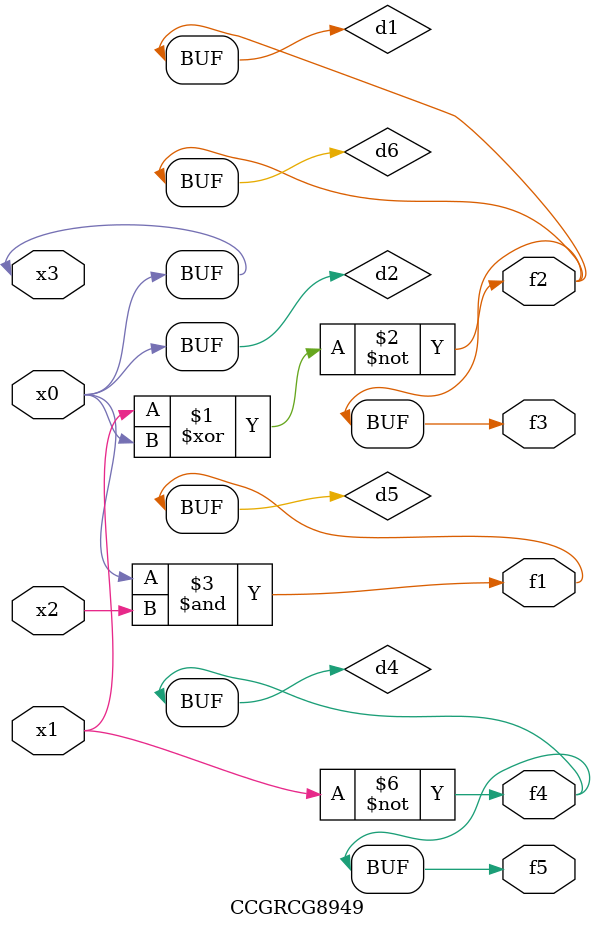
<source format=v>
module CCGRCG8949(
	input x0, x1, x2, x3,
	output f1, f2, f3, f4, f5
);

	wire d1, d2, d3, d4, d5, d6;

	xnor (d1, x1, x3);
	buf (d2, x0, x3);
	nand (d3, x0, x2);
	not (d4, x1);
	nand (d5, d3);
	or (d6, d1);
	assign f1 = d5;
	assign f2 = d6;
	assign f3 = d6;
	assign f4 = d4;
	assign f5 = d4;
endmodule

</source>
